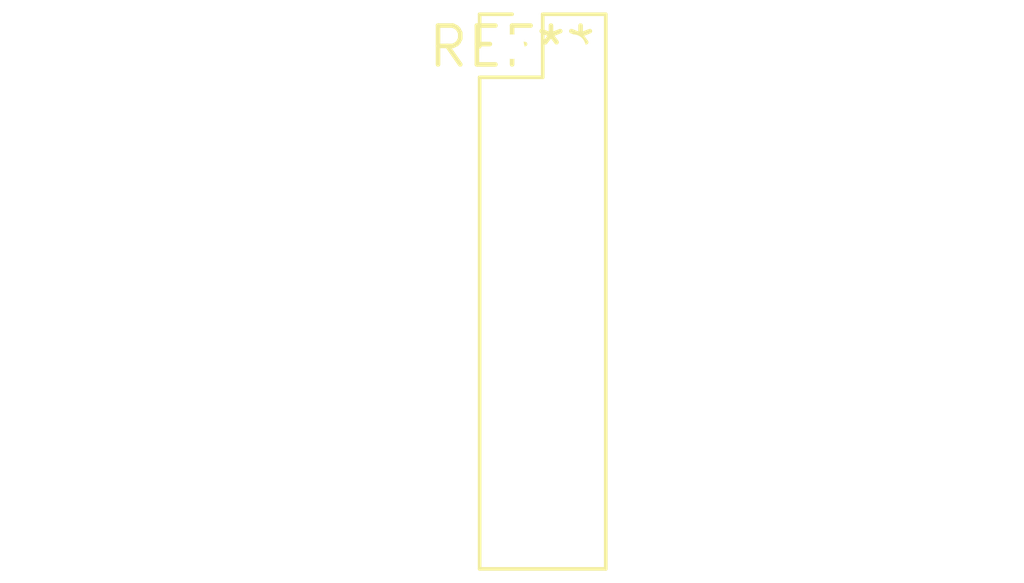
<source format=kicad_pcb>
(kicad_pcb (version 20240108) (generator pcbnew)
  (layers (0 "F.Cu" signal) (31 "B.Cu" signal) (34 "B.Paste" user) (35 "F.Paste" user) (36 "B.SilkS" user "B.Silkscreen") (37 "F.SilkS" user "F.Silkscreen") (38 "B.Mask" user) (39 "F.Mask" user) (44 "Edge.Cuts" user))
  (net 0 "")
  (footprint "PinHeader_2x09_P2.00mm_Vertical" (layer "F.Cu") (at 0 0)
    (property "Reference" "REF**")
    (property "Value" "PinHeader_2x09_P2.00mm_Vertical")
    (fp_line (start -1.06 -1.06) (end 0 -1.06) (layer "F.SilkS") (stroke (width 0.12)))
    (fp_line (start -1.06 0) (end -1.06 -1.06) (layer "F.SilkS") (stroke (width 0.12)))
    (fp_line (start -1.06 1) (end -1.06 17.06) (layer "F.SilkS") (stroke (width 0.12)))
    (fp_line (start -1.06 1) (end 1 1) (layer "F.SilkS") (stroke (width 0.12)))
    (fp_line (start -1.06 17.06) (end 3.06 17.06) (layer "F.SilkS") (stroke (width 0.12)))
    (fp_line (start 1 -1.06) (end 3.06 -1.06) (layer "F.SilkS") (stroke (width 0.12)))
    (fp_line (start 1 1) (end 1 -1.06) (layer "F.SilkS") (stroke (width 0.12)))
    (fp_line (start 3.06 -1.06) (end 3.06 17.06) (layer "F.SilkS") (stroke (width 0.12)))
    (pad "1" thru_hole rect (at 0 0) (size 1.35 1.35) (drill 0.8) (layers *.Cu *.Mask) (remove_unused_layers))
    (pad "2" thru_hole oval (at 2 0) (size 1.35 1.35) (drill 0.8) (layers *.Cu *.Mask) (remove_unused_layers))
    (pad "3" thru_hole oval (at 0 2) (size 1.35 1.35) (drill 0.8) (layers *.Cu *.Mask) (remove_unused_layers))
    (pad "4" thru_hole oval (at 2 2) (size 1.35 1.35) (drill 0.8) (layers *.Cu *.Mask) (remove_unused_layers))
    (pad "5" thru_hole oval (at 0 4) (size 1.35 1.35) (drill 0.8) (layers *.Cu *.Mask) (remove_unused_layers))
    (pad "6" thru_hole oval (at 2 4) (size 1.35 1.35) (drill 0.8) (layers *.Cu *.Mask) (remove_unused_layers))
    (pad "7" thru_hole oval (at 0 6) (size 1.35 1.35) (drill 0.8) (layers *.Cu *.Mask) (remove_unused_layers))
    (pad "8" thru_hole oval (at 2 6) (size 1.35 1.35) (drill 0.8) (layers *.Cu *.Mask) (remove_unused_layers))
    (pad "9" thru_hole oval (at 0 8) (size 1.35 1.35) (drill 0.8) (layers *.Cu *.Mask) (remove_unused_layers))
    (pad "10" thru_hole oval (at 2 8) (size 1.35 1.35) (drill 0.8) (layers *.Cu *.Mask) (remove_unused_layers))
    (pad "11" thru_hole oval (at 0 10) (size 1.35 1.35) (drill 0.8) (layers *.Cu *.Mask) (remove_unused_layers))
    (pad "12" thru_hole oval (at 2 10) (size 1.35 1.35) (drill 0.8) (layers *.Cu *.Mask) (remove_unused_layers))
    (pad "13" thru_hole oval (at 0 12) (size 1.35 1.35) (drill 0.8) (layers *.Cu *.Mask) (remove_unused_layers))
    (pad "14" thru_hole oval (at 2 12) (size 1.35 1.35) (drill 0.8) (layers *.Cu *.Mask) (remove_unused_layers))
    (pad "15" thru_hole oval (at 0 14) (size 1.35 1.35) (drill 0.8) (layers *.Cu *.Mask) (remove_unused_layers))
    (pad "16" thru_hole oval (at 2 14) (size 1.35 1.35) (drill 0.8) (layers *.Cu *.Mask) (remove_unused_layers))
    (pad "17" thru_hole oval (at 0 16) (size 1.35 1.35) (drill 0.8) (layers *.Cu *.Mask) (remove_unused_layers))
    (pad "18" thru_hole oval (at 2 16) (size 1.35 1.35) (drill 0.8) (layers *.Cu *.Mask) (remove_unused_layers))
  )
)
</source>
